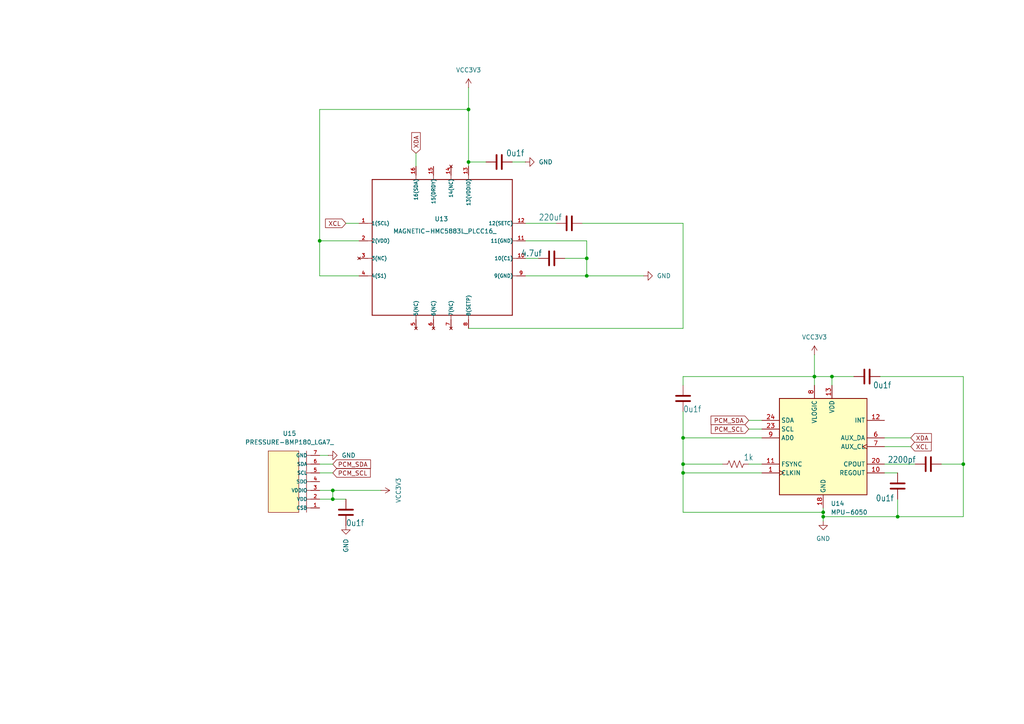
<source format=kicad_sch>
(kicad_sch (version 20231120) (generator "eeschema") (generator_version "8.0")
  (paper "A4")
  (title_block (title "TrackSense") (date "2024-05-07") (rev "BETA_1.0") (company "DFC - Cegep Ste-Foy"))
  (lib_symbols
    (symbol "C_1" (pin_numbers hide) (pin_names (offset 0.254))
      (property "Reference" "C" (at 0.635 2.54 0))
      (property "Value" "C" (at 0.635 -2.54 0))
      (symbol "C_1_0_1"
        (polyline (pts (xy -2.032 -0.762) (xy 2.032 -0.762)) (stroke (width 0.508)))
        (polyline (pts (xy -2.032 0.762) (xy 2.032 0.762)) (stroke (width 0.508)))
      )
      (symbol "C_1_1_1"
        (pin passive line (at 0 3.81 270) (length 2.794) (name "~") (number "1"))
        (pin passive line (at 0 -3.81 90) (length 2.794) (name "~") (number "2"))
      )
    )
    (symbol "Device:C" (pin_numbers hide) (pin_names (offset 0.254))
      (property "Reference" "C" (at 0.635 2.54 0))
      (property "Value" "C" (at 0.635 -2.54 0))
      (symbol "C_0_1"
        (polyline (pts (xy -2.032 -0.762) (xy 2.032 -0.762)) (stroke (width 0.508)))
        (polyline (pts (xy -2.032 0.762) (xy 2.032 0.762)) (stroke (width 0.508)))
      )
      (symbol "C_1_1"
        (pin passive line (at 0 3.81 270) (length 2.794) (name "~") (number "1"))
        (pin passive line (at 0 -3.81 90) (length 2.794) (name "~") (number "2"))
      )
    )
    (symbol "Device:R_US" (pin_numbers hide) (pin_names (offset 0))
      (property "Reference" "R" (at 2.54 0 90))
      (property "Value" "R_US" (at -2.54 0 90))
      (symbol "R_US_0_1"
        (polyline (pts (xy 0 -2.286) (xy 0 -2.54)))
        (polyline (pts (xy 0 2.286) (xy 0 2.54)))
        (polyline (pts (xy 0 -0.762) (xy 1.016 -1.143) (xy 0 -1.524) (xy -1.016 -1.905) (xy 0 -2.286)))
        (polyline (pts (xy 0 0.762) (xy 1.016 0.381) (xy 0 0) (xy -1.016 -0.381) (xy 0 -0.762)))
        (polyline (pts (xy 0 2.286) (xy 1.016 1.905) (xy 0 1.524) (xy -1.016 1.143) (xy 0 0.762)))
      )
      (symbol "R_US_1_1"
        (pin passive line (at 0 3.81 270) (length 1.27) (name "~") (number "1"))
        (pin passive line (at 0 -3.81 90) (length 1.27) (name "~") (number "2"))
      )
    )
    (symbol "MAGNETIC-HMC5883L_PLCC16_:MAGNETIC-HMC5883L_PLCC16_" (pin_names (offset 1.016))
      (property "Reference" "U" (at 17.8072 22.8949 0))
      (symbol "MAGNETIC-HMC5883L_PLCC16__0_0"
        (polyline (pts (xy -21.59 -7.62) (xy -20.32 -7.62)) (stroke (width 0.1524)))
        (polyline (pts (xy -21.59 -2.54) (xy -20.32 -2.54)) (stroke (width 0.1524)))
        (polyline (pts (xy -21.59 2.54) (xy -20.32 2.54)) (stroke (width 0.1524)))
        (polyline (pts (xy -21.59 7.62) (xy -20.32 7.62)) (stroke (width 0.1524)))
        (polyline (pts (xy -20.32 -19.05) (xy -7.62 -19.05)) (stroke (width 0.254)))
        (polyline (pts (xy -20.32 -7.62) (xy -20.32 -19.05)) (stroke (width 0.254)))
        (polyline (pts (xy -20.32 -2.54) (xy -20.32 -7.62)) (stroke (width 0.254)))
        (polyline (pts (xy -20.32 2.54) (xy -20.32 -2.54)) (stroke (width 0.254)))
        (polyline (pts (xy -20.32 7.62) (xy -20.32 2.54)) (stroke (width 0.254)))
        (polyline (pts (xy -20.32 20.32) (xy -20.32 7.62)) (stroke (width 0.254)))
        (polyline (pts (xy -7.62 -20.32) (xy -7.62 -19.05)) (stroke (width 0.1524)))
        (polyline (pts (xy -7.62 -19.05) (xy -2.54 -19.05)) (stroke (width 0.254)))
        (polyline (pts (xy -7.62 20.32) (xy -20.32 20.32)) (stroke (width 0.254)))
        (polyline (pts (xy -7.62 20.32) (xy -7.62 21.59)) (stroke (width 0.1524)))
        (polyline (pts (xy -2.54 -20.32) (xy -2.54 -19.05)) (stroke (width 0.1524)))
        (polyline (pts (xy -2.54 -19.05) (xy 2.54 -19.05)) (stroke (width 0.254)))
        (polyline (pts (xy -2.54 20.32) (xy -7.62 20.32)) (stroke (width 0.254)))
        (polyline (pts (xy -2.54 20.32) (xy -2.54 21.59)) (stroke (width 0.1524)))
        (polyline (pts (xy 2.54 -20.32) (xy 2.54 -19.05)) (stroke (width 0.1524)))
        (polyline (pts (xy 2.54 -19.05) (xy 7.62 -19.05)) (stroke (width 0.254)))
        (polyline (pts (xy 2.54 20.32) (xy -2.54 20.32)) (stroke (width 0.254)))
        (polyline (pts (xy 2.54 20.32) (xy 2.54 21.59)) (stroke (width 0.1524)))
        (polyline (pts (xy 7.62 -20.32) (xy 7.62 -19.05)) (stroke (width 0.1524)))
        (polyline (pts (xy 7.62 -19.05) (xy 20.32 -19.05)) (stroke (width 0.254)))
        (polyline (pts (xy 7.62 20.32) (xy 2.54 20.32)) (stroke (width 0.254)))
        (polyline (pts (xy 7.62 20.32) (xy 7.62 21.59)) (stroke (width 0.1524)))
        (polyline (pts (xy 20.32 -19.05) (xy 20.32 -7.62)) (stroke (width 0.254)))
        (polyline (pts (xy 20.32 -7.62) (xy 20.32 -2.54)) (stroke (width 0.254)))
        (polyline (pts (xy 20.32 -7.62) (xy 21.59 -7.62)) (stroke (width 0.1524)))
        (polyline (pts (xy 20.32 -2.54) (xy 20.32 2.54)) (stroke (width 0.254)))
        (polyline (pts (xy 20.32 -2.54) (xy 21.59 -2.54)) (stroke (width 0.1524)))
        (polyline (pts (xy 20.32 2.54) (xy 20.32 7.62)) (stroke (width 0.254)))
        (polyline (pts (xy 20.32 2.54) (xy 21.59 2.54)) (stroke (width 0.1524)))
        (polyline (pts (xy 20.32 7.62) (xy 20.32 20.32)) (stroke (width 0.254)))
        (polyline (pts (xy 20.32 7.62) (xy 21.59 7.62)) (stroke (width 0.1524)))
        (polyline (pts (xy 20.32 20.32) (xy 7.62 20.32)) (stroke (width 0.254)))
        (pin bidirectional line (at -24.13 7.62 0) (length 2.54) (name "1(SCL)") (number "1"))
        (pin bidirectional line (at 24.13 -2.54 180) (length 2.54) (name "10(C1)") (number "10"))
        (pin power_in line (at 24.13 2.54 180) (length 2.54) (name "11(GND)") (number "11"))
        (pin bidirectional line (at 24.13 7.62 180) (length 2.54) (name "12(SETC)") (number "12"))
        (pin power_in line (at 7.62 24.13 270) (length 2.54) (name "13(VDDIO)") (number "13"))
        (pin no_connect line (at 2.54 24.13 270) (length 2.54) (name "14(NC)") (number "14"))
        (pin bidirectional line (at -2.54 24.13 270) (length 2.54) (name "15(DRDY)") (number "15"))
        (pin bidirectional line (at -7.62 24.13 270) (length 2.54) (name "16(SDA)") (number "16"))
        (pin power_in line (at -24.13 2.54 0) (length 2.54) (name "2(VDD)") (number "2"))
        (pin no_connect line (at -24.13 -2.54 0) (length 2.54) (name "3(NC)") (number "3"))
        (pin bidirectional line (at -24.13 -7.62 0) (length 2.54) (name "4(S1)") (number "4"))
        (pin no_connect line (at -7.62 -22.86 90) (length 2.54) (name "5(NC)") (number "5"))
        (pin no_connect line (at -2.54 -22.86 90) (length 2.54) (name "6(NC)") (number "6"))
        (pin no_connect line (at 2.54 -22.86 90) (length 2.54) (name "7(NC)") (number "7"))
        (pin bidirectional line (at 7.62 -22.86 90) (length 2.54) (name "8(SETP)") (number "8"))
        (pin power_in line (at 24.13 -7.62 180) (length 2.54) (name "9(GND)") (number "9"))
      )
    )
    (symbol "PRESSURE-BMP180_LGA7_:PRESSURE-BMP180_LGA7_" (pin_names (offset 1.016))
      (property "Reference" "U" (at 1.2708 10.1667 0))
      (symbol "PRESSURE-BMP180_LGA7__0_0"
        (polyline (pts (xy -1.27 -7.62) (xy 0 -7.62)) (stroke (width 0.1524)))
        (polyline (pts (xy -1.27 -5.08) (xy 0 -5.08)) (stroke (width 0.1524)))
        (polyline (pts (xy -1.27 -2.54) (xy 0 -2.54)) (stroke (width 0.1524)))
        (polyline (pts (xy -1.27 0) (xy 0 0)) (stroke (width 0.1524)))
        (polyline (pts (xy -1.27 2.54) (xy 0 2.54)) (stroke (width 0.1524)))
        (polyline (pts (xy -1.27 5.08) (xy 0 5.08)) (stroke (width 0.1524)))
        (polyline (pts (xy -1.27 7.62) (xy 0 7.62)) (stroke (width 0.1524)))
        (polyline (pts (xy 0 -8.89) (xy 0 -7.62)) (stroke (width 0.1524)))
        (polyline (pts (xy 0 -7.62) (xy 0 -5.08)) (stroke (width 0.1524)))
        (polyline (pts (xy 0 -5.08) (xy 0 -2.54)) (stroke (width 0.1524)))
        (polyline (pts (xy 0 -2.54) (xy 0 0)) (stroke (width 0.1524)))
        (polyline (pts (xy 0 0) (xy 0 2.54)) (stroke (width 0.1524)))
        (polyline (pts (xy 0 2.54) (xy 0 5.08)) (stroke (width 0.1524)))
        (polyline (pts (xy 0 5.08) (xy 0 7.62)) (stroke (width 0.1524)))
        (polyline (pts (xy 0 7.62) (xy 0 8.89)) (stroke (width 0.1524)))
        (rectangle (start 2.2225 -8.89) (end 11.1125 8.89) (stroke (width 0.1524)) (fill (type background)))
        (pin bidirectional line (at -3.81 7.62 0) (length 2.54) (name "CSB") (number "1"))
        (pin bidirectional line (at -3.81 5.08 0) (length 2.54) (name "VDD") (number "2"))
        (pin bidirectional line (at -3.81 2.54 0) (length 2.54) (name "VDDIO") (number "3"))
        (pin bidirectional line (at -3.81 0 0) (length 2.54) (name "SDO") (number "4"))
        (pin bidirectional line (at -3.81 -2.54 0) (length 2.54) (name "SCL") (number "5"))
        (pin bidirectional line (at -3.81 -5.08 0) (length 2.54) (name "SDA") (number "6"))
        (pin bidirectional line (at -3.81 -7.62 0) (length 2.54) (name "GND") (number "7"))
      )
    )
    (symbol "Sensor_Motion:MPU-6050"
      (property "Reference" "U" (at -11.43 13.97 0))
      (property "Value" "MPU-6050" (at 7.62 -15.24 0))
      (symbol "MPU-6050_0_0"
        (text "" (at 12.7 -2.54 0) (effects (font (size 1.27 1.27))))
      )
      (symbol "MPU-6050_0_1"
        (rectangle (start -12.7 13.97) (end 12.7 -13.97) (stroke (width 0.254)) (fill (type background)))
      )
      (symbol "MPU-6050_1_1"
        (pin input clock (at -17.78 -7.62 0) (length 5.08) (name "CLKIN") (number "1"))
        (pin passive line (at 17.78 -7.62 180) (length 5.08) (name "REGOUT") (number "10"))
        (pin input line (at -17.78 -5.08 0) (length 5.08) (name "FSYNC") (number "11"))
        (pin output line (at 17.78 7.62 180) (length 5.08) (name "INT") (number "12"))
        (pin power_in line (at 2.54 17.78 270) (length 3.81) (name "VDD") (number "13"))
        (pin no_connect line (at -12.7 -10.16 0) (length 2.54) hide (name "NC") (number "14"))
        (pin no_connect line (at 12.7 12.7 180) (length 2.54) hide (name "NC") (number "15"))
        (pin no_connect line (at 12.7 10.16 180) (length 2.54) hide (name "NC") (number "16"))
        (pin no_connect line (at 12.7 5.08 180) (length 2.54) hide (name "NC") (number "17"))
        (pin power_in line (at 0 -17.78 90) (length 3.81) (name "GND") (number "18"))
        (pin no_connect line (at 12.7 -10.16 180) (length 2.54) hide (name "RESV") (number "19"))
        (pin no_connect line (at -12.7 12.7 0) (length 2.54) hide (name "NC") (number "2"))
        (pin passive line (at 17.78 -5.08 180) (length 5.08) (name "CPOUT") (number "20"))
        (pin no_connect line (at 12.7 -2.54 180) (length 2.54) hide (name "RESV") (number "21"))
        (pin no_connect line (at 12.7 -12.7 180) (length 2.54) hide (name "RESV") (number "22"))
        (pin input line (at -17.78 5.08 0) (length 5.08) (name "SCL") (number "23"))
        (pin bidirectional line (at -17.78 7.62 0) (length 5.08) (name "SDA") (number "24"))
        (pin no_connect line (at -12.7 10.16 0) (length 2.54) hide (name "NC") (number "3"))
        (pin no_connect line (at -12.7 0 0) (length 2.54) hide (name "NC") (number "4"))
        (pin no_connect line (at -12.7 -2.54 0) (length 2.54) hide (name "NC") (number "5"))
        (pin bidirectional line (at 17.78 2.54 180) (length 5.08) (name "AUX_DA") (number "6"))
        (pin output clock (at 17.78 0 180) (length 5.08) (name "AUX_CL") (number "7"))
        (pin power_in line (at -2.54 17.78 270) (length 3.81) (name "VLOGIC") (number "8"))
        (pin input line (at -17.78 2.54 0) (length 5.08) (name "AD0") (number "9"))
      )
    )
    (symbol "power:GND" (power) (pin_numbers hide) (pin_names (offset 0) hide)
      (property "Value" "GND" (at 0 -3.81 0))
      (symbol "GND_0_1"
        (polyline (pts (xy 0 0) (xy 0 -1.27) (xy 1.27 -1.27) (xy 0 -2.54) (xy -1.27 -1.27) (xy 0 -1.27)))
      )
      (symbol "GND_1_1"
        (pin power_in line (at 0 0 270) (length 0) (name "~") (number "1"))
      )
    )
    (symbol "power:VCC" (power) (pin_numbers hide) (pin_names (offset 0) hide)
      (property "Value" "VCC" (at 0 3.556 0))
      (symbol "VCC_0_1"
        (polyline (pts (xy -0.762 1.27) (xy 0 2.54)))
        (polyline (pts (xy 0 0) (xy 0 2.54)))
        (polyline (pts (xy 0 2.54) (xy 0.762 1.27)))
      )
      (symbol "VCC_1_1"
        (pin power_in line (at 0 0 90) (length 0) (name "~") (number "1"))
      )
    )
  )
  (junction (at 198.12 127))
  (junction (at 241.3 109.22))
  (junction (at 198.12 134.62))
  (junction (at 135.89 46.99))
  (junction (at 279.4 134.62))
  (junction (at 198.12 137.16))
  (junction (at 170.18 74.93))
  (junction (at 238.76 148.59))
  (junction (at 92.71 69.85))
  (junction (at 96.52 142.24))
  (junction (at 260.35 149.86))
  (junction (at 96.52 144.78))
  (junction (at 238.76 149.86))
  (junction (at 170.18 80.01))
  (junction (at 135.89 31.75))
  (junction (at 236.22 109.22))
  (wire (pts (xy 238.76 149.86) (xy 238.76 151.13)))
  (wire (pts (xy 163.83 74.93) (xy 170.18 74.93)))
  (wire (pts (xy 241.3 109.22) (xy 247.65 109.22)))
  (wire (pts (xy 135.89 46.99) (xy 140.97 46.99)))
  (wire (pts (xy 170.18 80.01) (xy 186.69 80.01)))
  (wire (pts (xy 152.4 74.93) (xy 156.21 74.93)))
  (wire (pts (xy 260.35 149.86) (xy 238.76 149.86)))
  (wire (pts (xy 217.17 121.92) (xy 220.98 121.92)))
  (wire (pts (xy 279.4 109.22) (xy 279.4 134.62)))
  (wire (pts (xy 256.54 137.16) (xy 260.35 137.16)))
  (wire (pts (xy 236.22 102.87) (xy 236.22 109.22)))
  (wire (pts (xy 170.18 74.93) (xy 170.18 80.01)))
  (wire (pts (xy 100.33 64.77) (xy 104.14 64.77)))
  (wire (pts (xy 135.89 46.99) (xy 135.89 48.26)))
  (wire (pts (xy 256.54 127) (xy 264.16 127)))
  (wire (pts (xy 92.71 142.24) (xy 96.52 142.24)))
  (wire (pts (xy 198.12 137.16) (xy 198.12 148.59)))
  (wire (pts (xy 236.22 109.22) (xy 236.22 111.76)))
  (wire (pts (xy 92.71 144.78) (xy 96.52 144.78)))
  (wire (pts (xy 198.12 127) (xy 198.12 134.62)))
  (wire (pts (xy 198.12 137.16) (xy 198.12 134.62)))
  (wire (pts (xy 104.14 80.01) (xy 92.71 80.01)))
  (wire (pts (xy 96.52 144.78) (xy 100.33 144.78)))
  (wire (pts (xy 92.71 69.85) (xy 104.14 69.85)))
  (wire (pts (xy 92.71 134.62) (xy 96.52 134.62)))
  (wire (pts (xy 135.89 31.75) (xy 135.89 46.99)))
  (wire (pts (xy 92.71 137.16) (xy 96.52 137.16)))
  (wire (pts (xy 198.12 119.38) (xy 198.12 127)))
  (wire (pts (xy 152.4 80.01) (xy 170.18 80.01)))
  (wire (pts (xy 152.4 64.77) (xy 161.29 64.77)))
  (wire (pts (xy 198.12 95.25) (xy 135.89 95.25)))
  (wire (pts (xy 152.4 69.85) (xy 170.18 69.85)))
  (wire (pts (xy 168.91 64.77) (xy 198.12 64.77)))
  (wire (pts (xy 255.27 109.22) (xy 279.4 109.22)))
  (wire (pts (xy 198.12 64.77) (xy 198.12 95.25)))
  (wire (pts (xy 92.71 80.01) (xy 92.71 69.85)))
  (wire (pts (xy 96.52 142.24) (xy 96.52 144.78)))
  (wire (pts (xy 198.12 134.62) (xy 209.55 134.62)))
  (wire (pts (xy 92.71 132.08) (xy 95.25 132.08)))
  (wire (pts (xy 238.76 147.32) (xy 238.76 148.59)))
  (wire (pts (xy 238.76 148.59) (xy 238.76 149.86)))
  (wire (pts (xy 92.71 69.85) (xy 92.71 31.75)))
  (wire (pts (xy 120.65 44.45) (xy 120.65 48.26)))
  (wire (pts (xy 135.89 25.4) (xy 135.89 31.75)))
  (wire (pts (xy 279.4 149.86) (xy 260.35 149.86)))
  (wire (pts (xy 198.12 148.59) (xy 238.76 148.59)))
  (wire (pts (xy 256.54 134.62) (xy 265.43 134.62)))
  (wire (pts (xy 273.05 134.62) (xy 279.4 134.62)))
  (wire (pts (xy 236.22 109.22) (xy 241.3 109.22)))
  (wire (pts (xy 170.18 69.85) (xy 170.18 74.93)))
  (wire (pts (xy 217.17 124.46) (xy 220.98 124.46)))
  (wire (pts (xy 198.12 109.22) (xy 236.22 109.22)))
  (wire (pts (xy 198.12 111.76) (xy 198.12 109.22)))
  (wire (pts (xy 198.12 127) (xy 220.98 127)))
  (wire (pts (xy 96.52 142.24) (xy 110.49 142.24)))
  (wire (pts (xy 220.98 137.16) (xy 198.12 137.16)))
  (wire (pts (xy 241.3 111.76) (xy 241.3 109.22)))
  (wire (pts (xy 260.35 144.78) (xy 260.35 149.86)))
  (wire (pts (xy 279.4 134.62) (xy 279.4 149.86)))
  (wire (pts (xy 256.54 129.54) (xy 264.16 129.54)))
  (wire (pts (xy 148.59 46.99) (xy 152.4 46.99)))
  (wire (pts (xy 217.17 134.62) (xy 220.98 134.62)))
  (wire (pts (xy 92.71 31.75) (xy 135.89 31.75)))
  (global_label "PCM_SDA" (shape input) (at 96.52 134.62 0) (property "Intersheetrefs" "${INTERSHEET_REFS}" (effects (hide yes))))
  (global_label "XCL" (shape input) (at 264.16 129.54 0) (property "Intersheetrefs" "${INTERSHEET_REFS}" (effects (hide yes))))
  (global_label "PCM_SCL" (shape input) (at 217.17 124.46 180) (property "Intersheetrefs" "${INTERSHEET_REFS}" (effects (hide yes))))
  (global_label "PCM_SCL" (shape input) (at 96.52 137.16 0) (property "Intersheetrefs" "${INTERSHEET_REFS}" (effects (hide yes))))
  (global_label "XCL" (shape input) (at 100.33 64.77 180) (property "Intersheetrefs" "${INTERSHEET_REFS}" (effects (hide yes))))
  (global_label "PCM_SDA" (shape input) (at 217.17 121.92 180) (property "Intersheetrefs" "${INTERSHEET_REFS}" (effects (hide yes))))
  (global_label "XDA" (shape input) (at 120.65 44.45 90) (property "Intersheetrefs" "${INTERSHEET_REFS}" (effects (hide yes))))
  (global_label "XDA" (shape input) (at 264.16 127 0) (property "Intersheetrefs" "${INTERSHEET_REFS}" (effects (hide yes))))
  (symbol (lib_id "power:GND") (at 152.4 46.99 90) (unit 1)
    (property "Reference" "#PWR095" (effects (hide yes)))
    (property "Value" "GND" (at 156.21 46.9899 90) (effects (justify right)))
    (property "Description" "Power symbol creates a global label with name \"GND\" , ground" (effects (hide yes)))
  )
  (symbol (lib_id "PRESSURE-BMP180_LGA7_:PRESSURE-BMP180_LGA7_") (at 88.9 139.7 180) (unit 1)
    (property "Reference" "U15" (at 83.9787 125.73 0))
    (property "Value" "PRESSURE-BMP180_LGA7_" (at 83.9787 128.27 0))
    (property "Footprint" "KicadLib:LGA7-1.5-3.8X3.6MM" (effects (hide yes)))
    (property "MF" "Bosch" (effects (hide yes)))
    (property "Description_1" "\nPressure Sensor 4.35PSI ~ 15.95PSI (30kPa ~ 110kPa) Absolute - 16 ~ 19 b 7-VLGA\n" (effects (hide yes)))
    (property "Package" "LGA-7 Bosch" (effects (hide yes)))
    (property "MPN" "BMP18" (effects (hide yes)))
    (property "Price" "None" (effects (hide yes)))
    (property "VALUE" "BMP18" (effects (hide yes)))
    (property "SnapEDA_Link" "https://www.snapeda.com/parts/BMP180/Bosch+Sensortec/view-part/?ref=snap" (effects (hide yes)))
    (property "MP" "BMP180" (effects (hide yes)))
    (property "Availability" "In Stock" (effects (hide yes)))
    (property "Check_prices" "https://www.snapeda.com/parts/BMP180/Bosch+Sensortec/view-part/?ref=eda" (effects (hide yes)))
  )
  (symbol (lib_id "Device:C") (at 260.35 140.97 180) (unit 1)
    (property "Reference" "C68" (effects (hide yes)))
    (property "Value" "0u1f" (at 259.334 143.51 0) (effects (font (size 1.778 1.5113)) (justify left bottom)))
    (property "Footprint" "Capacitor_SMD:C_0603_1608Metric" (effects (hide yes)))
    (property "Description" "Unpolarized capacitor" (effects (hide yes)))
  )
  (symbol (lib_name "C_1") (lib_id "Device:C") (at 165.1 64.77 270) (unit 1)
    (property "Reference" "C64" (effects (hide yes)))
    (property "Value" "220uf" (at 156.21 64.008 90) (effects (font (size 1.778 1.5113)) (justify left bottom)))
    (property "Footprint" "Capacitor_SMD:C_0603_1608Metric" (effects (hide yes)))
    (property "Description" "Unpolarized capacitor" (effects (hide yes)))
  )
  (symbol (lib_id "Device:C") (at 251.46 109.22 90) (unit 1)
    (property "Reference" "C69" (effects (hide yes)))
    (property "Value" "0u1f" (at 258.572 110.744 90) (effects (font (size 1.778 1.5113)) (justify left bottom)))
    (property "Footprint" "Capacitor_SMD:C_0603_1608Metric" (effects (hide yes)))
    (property "Description" "Unpolarized capacitor" (effects (hide yes)))
  )
  (symbol (lib_id "power:VCC") (at 236.22 102.87 0) (unit 1)
    (property "Reference" "#PWR098" (effects (hide yes)))
    (property "Value" "VCC3V3" (at 236.22 97.79 0))
    (property "Description" "Power symbol creates a global label with name \"VCC\"" (effects (hide yes)))
  )
  (symbol (lib_id "power:VCC") (at 135.89 25.4 0) (unit 1)
    (property "Reference" "#PWR091" (effects (hide yes)))
    (property "Value" "VCC3V3" (at 135.89 20.32 0))
    (property "Description" "Power symbol creates a global label with name \"VCC\"" (effects (hide yes)))
  )
  (symbol (lib_id "power:GND") (at 100.33 152.4 0) (unit 1)
    (property "Reference" "#PWR097" (effects (hide yes)))
    (property "Value" "GND" (at 100.3301 156.21 90) (effects (justify right)))
    (property "Description" "Power symbol creates a global label with name \"GND\" , ground" (effects (hide yes)))
  )
  (symbol (lib_name "C_1") (lib_id "Device:C") (at 160.02 74.93 270) (unit 1)
    (property "Reference" "C65" (effects (hide yes)))
    (property "Value" "4.7uf" (at 151.13 74.422 90) (effects (font (size 1.778 1.5113)) (justify left bottom)))
    (property "Footprint" "Capacitor_SMD:C_0603_1608Metric" (effects (hide yes)))
    (property "Description" "Unpolarized capacitor" (effects (hide yes)))
  )
  (symbol (lib_id "power:GND") (at 95.25 132.08 90) (unit 1)
    (property "Reference" "#PWR094" (effects (hide yes)))
    (property "Value" "GND" (at 99.06 132.0799 90) (effects (justify right)))
    (property "Description" "Power symbol creates a global label with name \"GND\" , ground" (effects (hide yes)))
  )
  (symbol (lib_id "power:GND") (at 238.76 151.13 0) (unit 1)
    (property "Reference" "#PWR092" (effects (hide yes)))
    (property "Value" "GND" (at 238.76 156.21 0))
    (property "Description" "Power symbol creates a global label with name \"GND\" , ground" (effects (hide yes)))
  )
  (symbol (lib_id "Device:R_US") (at 213.36 134.62 270) (unit 1)
    (property "Reference" "R58" (effects (hide yes)))
    (property "Value" "1k" (at 215.646 133.604 90) (effects (font (size 1.778 1.5113)) (justify left bottom)))
    (property "Footprint" "Resistor_SMD:R_0603_1608Metric" (effects (hide yes)))
    (property "Description" "Resistor, US symbol" (effects (hide yes)))
  )
  (symbol (lib_id "Device:C") (at 269.24 134.62 90) (unit 1)
    (property "Reference" "C70" (effects (hide yes)))
    (property "Value" "2200pf" (at 265.684 132.334 90) (effects (font (size 1.778 1.5113)) (justify left bottom)))
    (property "Footprint" "Capacitor_SMD:C_0603_1608Metric" (effects (hide yes)))
    (property "Description" "Unpolarized capacitor" (effects (hide yes)))
  )
  (symbol (lib_id "Sensor_Motion:MPU-6050") (at 238.76 129.54 0) (unit 1)
    (property "Reference" "U14" (at 240.9541 146.05 0) (effects (justify left)))
    (property "Value" "MPU-6050" (at 240.9541 148.59 0) (effects (justify left)))
    (property "Footprint" "Sensor_Motion:InvenSense_QFN-24_4x4mm_P0.5mm" (effects (hide yes)))
    (property "Datasheet" "https://invensense.tdk.com/wp-content/uploads/2015/02/MPU-6000-Datasheet1.pdf" (effects (hide yes)))
    (property "Description" "InvenSense 6-Axis Motion Sensor, Gyroscope, Accelerometer, I2C" (effects (hide yes)))
  )
  (symbol (lib_id "power:VCC") (at 110.49 142.24 270) (unit 1)
    (property "Reference" "#PWR096" (effects (hide yes)))
    (property "Value" "VCC3V3" (at 115.57 142.24 0))
    (property "Description" "Power symbol creates a global label with name \"VCC\"" (effects (hide yes)))
  )
  (symbol (lib_id "Device:C") (at 198.12 115.57 0) (unit 1)
    (property "Reference" "C67" (effects (hide yes)))
    (property "Value" "0u1f" (at 198.12 119.634 0) (effects (font (size 1.778 1.5113)) (justify left bottom)))
    (property "Footprint" "Capacitor_SMD:C_0603_1608Metric" (effects (hide yes)))
    (property "Description" "Unpolarized capacitor" (effects (hide yes)))
  )
  (symbol (lib_id "Device:C") (at 100.33 148.59 0) (unit 1)
    (property "Reference" "C66" (effects (hide yes)))
    (property "Value" "0u1f" (at 100.33 152.654 0) (effects (font (size 1.778 1.5113)) (justify left bottom)))
    (property "Footprint" "Capacitor_SMD:C_0603_1608Metric" (effects (hide yes)))
    (property "Description" "Unpolarized capacitor" (effects (hide yes)))
  )
  (symbol (lib_id "MAGNETIC-HMC5883L_PLCC16_:MAGNETIC-HMC5883L_PLCC16_") (at 128.27 72.39 0) (unit 1)
    (property "Reference" "U13" (at 128.016 63.5 0))
    (property "Value" "MAGNETIC-HMC5883L_PLCC16_" (at 129.032 67.056 0))
    (property "Footprint" "KicadLib:PLCC16-0.5-3X3MM" (effects (hide yes)))
    (property "MF" "Honeywell Aerospace" (effects (hide yes)))
    (property "Description_1" "\nHMC5883L series Magnetic, Digital Compass Sensor Evaluation Board\n" (effects (hide yes)))
    (property "Package" "None" (effects (hide yes)))
    (property "MPN" "HMC5883L" (effects (hide yes)))
    (property "Price" "None" (effects (hide yes)))
    (property "VALUE" "HMC5883L" (effects (hide yes)))
    (property "SnapEDA_Link" "https://www.snapeda.com/parts/HMC5883L/Honeywell+Aerospace/view-part/?ref=snap" (effects (hide yes)))
    (property "MP" "HMC5883L" (effects (hide yes)))
    (property "Availability" "Not in stock" (effects (hide yes)))
    (property "Check_prices" "https://www.snapeda.com/parts/HMC5883L/Honeywell+Aerospace/view-part/?ref=eda" (effects (hide yes)))
  )
  (symbol (lib_id "power:GND") (at 186.69 80.01 90) (unit 1)
    (property "Reference" "#PWR093" (effects (hide yes)))
    (property "Value" "GND" (at 190.5 80.0099 90) (effects (justify right)))
    (property "Description" "Power symbol creates a global label with name \"GND\" , ground" (effects (hide yes)))
  )
  (symbol (lib_id "Device:C") (at 144.78 46.99 90) (unit 1)
    (property "Reference" "C63" (effects (hide yes)))
    (property "Value" "0u1f" (at 152.146 43.434 90) (effects (font (size 1.778 1.5113)) (justify left bottom)))
    (property "Footprint" "Capacitor_SMD:C_0603_1608Metric" (effects (hide yes)))
    (property "Description" "Unpolarized capacitor" (effects (hide yes)))
  )
)
</source>
